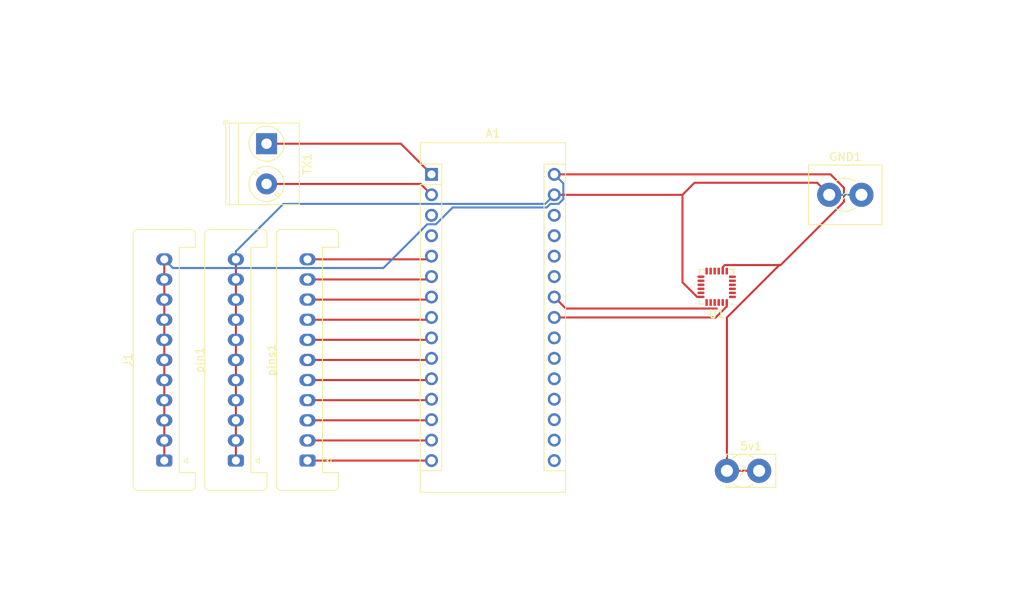
<source format=kicad_pcb>
(kicad_pcb (version 20171130) (host pcbnew "(5.1.6)-1")

  (general
    (thickness 1.6)
    (drawings 7)
    (tracks 67)
    (zones 0)
    (modules 8)
    (nets 40)
  )

  (page A4)
  (layers
    (0 F.Cu signal)
    (31 B.Cu signal)
    (32 B.Adhes user)
    (33 F.Adhes user)
    (34 B.Paste user)
    (35 F.Paste user)
    (36 B.SilkS user)
    (37 F.SilkS user)
    (38 B.Mask user)
    (39 F.Mask user hide)
    (40 Dwgs.User user)
    (41 Cmts.User user)
    (42 Eco1.User user)
    (43 Eco2.User user)
    (44 Edge.Cuts user)
    (45 Margin user)
    (46 B.CrtYd user)
    (47 F.CrtYd user)
    (48 B.Fab user)
    (49 F.Fab user)
  )

  (setup
    (last_trace_width 0.25)
    (trace_clearance 0.2)
    (zone_clearance 0.508)
    (zone_45_only no)
    (trace_min 0.2)
    (via_size 0.8)
    (via_drill 0.4)
    (via_min_size 0.4)
    (via_min_drill 0.3)
    (uvia_size 0.3)
    (uvia_drill 0.1)
    (uvias_allowed no)
    (uvia_min_size 0.2)
    (uvia_min_drill 0.1)
    (edge_width 0.05)
    (segment_width 0.2)
    (pcb_text_width 0.3)
    (pcb_text_size 1.5 1.5)
    (mod_edge_width 0.12)
    (mod_text_size 1 1)
    (mod_text_width 0.15)
    (pad_size 1.524 1.524)
    (pad_drill 0.762)
    (pad_to_mask_clearance 0.05)
    (aux_axis_origin 0 0)
    (visible_elements FFFFFFFF)
    (pcbplotparams
      (layerselection 0x010fc_ffffffff)
      (usegerberextensions false)
      (usegerberattributes true)
      (usegerberadvancedattributes true)
      (creategerberjobfile true)
      (excludeedgelayer true)
      (linewidth 0.100000)
      (plotframeref false)
      (viasonmask false)
      (mode 1)
      (useauxorigin false)
      (hpglpennumber 1)
      (hpglpenspeed 20)
      (hpglpendiameter 15.000000)
      (psnegative false)
      (psa4output false)
      (plotreference true)
      (plotvalue true)
      (plotinvisibletext false)
      (padsonsilk false)
      (subtractmaskfromsilk false)
      (outputformat 1)
      (mirror false)
      (drillshape 1)
      (scaleselection 1)
      (outputdirectory ""))
  )

  (net 0 "")
  (net 1 "Net-(5v1-Pad1)")
  (net 2 "Net-(A1-Pad16)")
  (net 3 "Net-(A1-Pad15)")
  (net 4 "Net-(A1-Pad14)")
  (net 5 "Net-(A1-Pad29)")
  (net 6 "Net-(A1-Pad13)")
  (net 7 "Net-(A1-Pad28)")
  (net 8 "Net-(A1-Pad12)")
  (net 9 "Net-(A1-Pad27)")
  (net 10 "Net-(A1-Pad11)")
  (net 11 "Net-(A1-Pad26)")
  (net 12 "Net-(A1-Pad10)")
  (net 13 "Net-(A1-Pad25)")
  (net 14 "Net-(A1-Pad9)")
  (net 15 "Net-(A1-Pad24)")
  (net 16 "Net-(A1-Pad8)")
  (net 17 "Net-(A1-Pad23)")
  (net 18 "Net-(A1-Pad7)")
  (net 19 "Net-(A1-Pad22)")
  (net 20 "Net-(A1-Pad6)")
  (net 21 "Net-(A1-Pad21)")
  (net 22 "Net-(A1-Pad5)")
  (net 23 "Net-(A1-Pad20)")
  (net 24 "Net-(A1-Pad4)")
  (net 25 "Net-(A1-Pad19)")
  (net 26 "Net-(A1-Pad3)")
  (net 27 "Net-(A1-Pad18)")
  (net 28 "Net-(A1-Pad2)")
  (net 29 "Net-(A1-Pad17)")
  (net 30 "Net-(A1-Pad1)")
  (net 31 "Net-(U1-Pad20)")
  (net 32 "Net-(U1-Pad13)")
  (net 33 "Net-(U1-Pad12)")
  (net 34 "Net-(U1-Pad11)")
  (net 35 "Net-(U1-Pad10)")
  (net 36 "Net-(U1-Pad9)")
  (net 37 "Net-(U1-Pad7)")
  (net 38 "Net-(U1-Pad6)")
  (net 39 "Net-(U1-Pad1)")

  (net_class Default "This is the default net class."
    (clearance 0.2)
    (trace_width 0.25)
    (via_dia 0.8)
    (via_drill 0.4)
    (uvia_dia 0.3)
    (uvia_drill 0.1)
    (add_net "Net-(5v1-Pad1)")
    (add_net "Net-(A1-Pad1)")
    (add_net "Net-(A1-Pad10)")
    (add_net "Net-(A1-Pad11)")
    (add_net "Net-(A1-Pad12)")
    (add_net "Net-(A1-Pad13)")
    (add_net "Net-(A1-Pad14)")
    (add_net "Net-(A1-Pad15)")
    (add_net "Net-(A1-Pad16)")
    (add_net "Net-(A1-Pad17)")
    (add_net "Net-(A1-Pad18)")
    (add_net "Net-(A1-Pad19)")
    (add_net "Net-(A1-Pad2)")
    (add_net "Net-(A1-Pad20)")
    (add_net "Net-(A1-Pad21)")
    (add_net "Net-(A1-Pad22)")
    (add_net "Net-(A1-Pad23)")
    (add_net "Net-(A1-Pad24)")
    (add_net "Net-(A1-Pad25)")
    (add_net "Net-(A1-Pad26)")
    (add_net "Net-(A1-Pad27)")
    (add_net "Net-(A1-Pad28)")
    (add_net "Net-(A1-Pad29)")
    (add_net "Net-(A1-Pad3)")
    (add_net "Net-(A1-Pad4)")
    (add_net "Net-(A1-Pad5)")
    (add_net "Net-(A1-Pad6)")
    (add_net "Net-(A1-Pad7)")
    (add_net "Net-(A1-Pad8)")
    (add_net "Net-(A1-Pad9)")
    (add_net "Net-(U1-Pad1)")
    (add_net "Net-(U1-Pad10)")
    (add_net "Net-(U1-Pad11)")
    (add_net "Net-(U1-Pad12)")
    (add_net "Net-(U1-Pad13)")
    (add_net "Net-(U1-Pad20)")
    (add_net "Net-(U1-Pad6)")
    (add_net "Net-(U1-Pad7)")
    (add_net "Net-(U1-Pad9)")
  )

  (module Sensor_Motion:InvenSense_QFN-24_4x4mm_P0.5mm (layer F.Cu) (tedit 5B5A6D8E) (tstamp 6002DA80)
    (at 134.62 81.28 180)
    (descr "24-Lead Plastic QFN (4mm x 4mm); Pitch 0.5mm; EP 2.7x2.6mm; for InvenSense motion sensors; keepout area marked (Package see: https://store.invensense.com/datasheets/invensense/MPU-6050_DataSheet_V3%204.pdf; See also https://www.invensense.com/wp-content/uploads/2015/02/InvenSense-MEMS-Handling.pdf)")
    (tags "QFN 0.5")
    (path /60019E93)
    (attr smd)
    (fp_text reference U1 (at 0 -3.375) (layer F.SilkS)
      (effects (font (size 1 1) (thickness 0.15)))
    )
    (fp_text value MPU-6050 (at 0 3.375) (layer F.Fab)
      (effects (font (size 1 1) (thickness 0.15)))
    )
    (fp_text user Component (at 0 0.55) (layer Cmts.User)
      (effects (font (size 0.2 0.2) (thickness 0.04)))
    )
    (fp_text user "Directly Below" (at 0 0.25) (layer Cmts.User)
      (effects (font (size 0.2 0.2) (thickness 0.04)))
    )
    (fp_text user "No Copper" (at 0 -0.1) (layer Cmts.User)
      (effects (font (size 0.2 0.2) (thickness 0.04)))
    )
    (fp_text user KEEPOUT (at 0 -0.5) (layer Cmts.User)
      (effects (font (size 0.2 0.2) (thickness 0.04)))
    )
    (fp_text user %R (at 0 0) (layer F.Fab)
      (effects (font (size 1 1) (thickness 0.15)))
    )
    (fp_line (start -1 -2) (end 2 -2) (layer F.Fab) (width 0.15))
    (fp_line (start 2 -2) (end 2 2) (layer F.Fab) (width 0.15))
    (fp_line (start 2 2) (end -2 2) (layer F.Fab) (width 0.15))
    (fp_line (start -2 2) (end -2 -1) (layer F.Fab) (width 0.15))
    (fp_line (start -2 -1) (end -1 -2) (layer F.Fab) (width 0.15))
    (fp_line (start -2.65 -2.65) (end -2.65 2.65) (layer F.CrtYd) (width 0.05))
    (fp_line (start 2.65 -2.65) (end 2.65 2.65) (layer F.CrtYd) (width 0.05))
    (fp_line (start -2.65 -2.65) (end 2.65 -2.65) (layer F.CrtYd) (width 0.05))
    (fp_line (start -2.65 2.65) (end 2.65 2.65) (layer F.CrtYd) (width 0.05))
    (fp_line (start 2.15 -2.15) (end 2.15 -1.625) (layer F.SilkS) (width 0.15))
    (fp_line (start -2.15 2.15) (end -2.15 1.625) (layer F.SilkS) (width 0.15))
    (fp_line (start 2.15 2.15) (end 2.15 1.625) (layer F.SilkS) (width 0.15))
    (fp_line (start -2.15 -2.15) (end -1.625 -2.15) (layer F.SilkS) (width 0.15))
    (fp_line (start -2.15 2.15) (end -1.625 2.15) (layer F.SilkS) (width 0.15))
    (fp_line (start 2.15 2.15) (end 1.625 2.15) (layer F.SilkS) (width 0.15))
    (fp_line (start 2.15 -2.15) (end 1.625 -2.15) (layer F.SilkS) (width 0.15))
    (fp_line (start 1.375 1.325) (end 1.375 -1.325) (layer Dwgs.User) (width 0.05))
    (fp_line (start -1.375 1.325) (end -1.375 -1.325) (layer Dwgs.User) (width 0.05))
    (fp_line (start 1.375 -1.325) (end -1.375 -1.325) (layer Dwgs.User) (width 0.05))
    (fp_line (start 1.375 1.325) (end -1.375 1.325) (layer Dwgs.User) (width 0.05))
    (fp_line (start 1.375 0.825) (end 0.875 1.325) (layer Dwgs.User) (width 0.05))
    (fp_line (start 1.375 0.325) (end 0.375 1.325) (layer Dwgs.User) (width 0.05))
    (fp_line (start 1.375 -0.175) (end -0.125 1.325) (layer Dwgs.User) (width 0.05))
    (fp_line (start 1.375 -0.675) (end -0.625 1.325) (layer Dwgs.User) (width 0.05))
    (fp_line (start 1.375 -1.175) (end -1.125 1.325) (layer Dwgs.User) (width 0.05))
    (fp_line (start 1.025 -1.325) (end -1.375 1.075) (layer Dwgs.User) (width 0.05))
    (fp_line (start 0.525 -1.325) (end -1.375 0.575) (layer Dwgs.User) (width 0.05))
    (fp_line (start 0.025 -1.325) (end -1.375 0.075) (layer Dwgs.User) (width 0.05))
    (fp_line (start -0.475 -1.325) (end -1.375 -0.425) (layer Dwgs.User) (width 0.05))
    (fp_line (start -0.975 -1.325) (end -1.375 -0.925) (layer Dwgs.User) (width 0.05))
    (pad 24 smd roundrect (at -1.25 -1.95 270) (size 0.85 0.3) (layers F.Cu F.Paste F.Mask) (roundrect_rratio 0.25)
      (net 17 "Net-(A1-Pad23)"))
    (pad 23 smd roundrect (at -0.75 -1.95 270) (size 0.85 0.3) (layers F.Cu F.Paste F.Mask) (roundrect_rratio 0.25)
      (net 15 "Net-(A1-Pad24)"))
    (pad 22 smd roundrect (at -0.25 -1.95 270) (size 0.85 0.3) (layers F.Cu F.Paste F.Mask) (roundrect_rratio 0.25))
    (pad 21 smd roundrect (at 0.25 -1.95 270) (size 0.85 0.3) (layers F.Cu F.Paste F.Mask) (roundrect_rratio 0.25))
    (pad 20 smd roundrect (at 0.75 -1.95 270) (size 0.85 0.3) (layers F.Cu F.Paste F.Mask) (roundrect_rratio 0.25)
      (net 31 "Net-(U1-Pad20)"))
    (pad 19 smd roundrect (at 1.25 -1.95 270) (size 0.85 0.3) (layers F.Cu F.Paste F.Mask) (roundrect_rratio 0.25))
    (pad 18 smd roundrect (at 1.95 -1.25 180) (size 0.85 0.3) (layers F.Cu F.Paste F.Mask) (roundrect_rratio 0.25)
      (net 5 "Net-(A1-Pad29)"))
    (pad 17 smd roundrect (at 1.95 -0.75 180) (size 0.85 0.3) (layers F.Cu F.Paste F.Mask) (roundrect_rratio 0.25))
    (pad 16 smd roundrect (at 1.95 -0.25 180) (size 0.85 0.3) (layers F.Cu F.Paste F.Mask) (roundrect_rratio 0.25))
    (pad 15 smd roundrect (at 1.95 0.25 180) (size 0.85 0.3) (layers F.Cu F.Paste F.Mask) (roundrect_rratio 0.25))
    (pad 14 smd roundrect (at 1.95 0.75 180) (size 0.85 0.3) (layers F.Cu F.Paste F.Mask) (roundrect_rratio 0.25))
    (pad 13 smd roundrect (at 1.95 1.25 180) (size 0.85 0.3) (layers F.Cu F.Paste F.Mask) (roundrect_rratio 0.25)
      (net 32 "Net-(U1-Pad13)"))
    (pad 12 smd roundrect (at 1.25 1.95 270) (size 0.85 0.3) (layers F.Cu F.Paste F.Mask) (roundrect_rratio 0.25)
      (net 33 "Net-(U1-Pad12)"))
    (pad 11 smd roundrect (at 0.75 1.95 270) (size 0.85 0.3) (layers F.Cu F.Paste F.Mask) (roundrect_rratio 0.25)
      (net 34 "Net-(U1-Pad11)"))
    (pad 10 smd roundrect (at 0.25 1.95 270) (size 0.85 0.3) (layers F.Cu F.Paste F.Mask) (roundrect_rratio 0.25)
      (net 35 "Net-(U1-Pad10)"))
    (pad 9 smd roundrect (at -0.25 1.95 270) (size 0.85 0.3) (layers F.Cu F.Paste F.Mask) (roundrect_rratio 0.25)
      (net 36 "Net-(U1-Pad9)"))
    (pad 8 smd roundrect (at -0.75 1.95 270) (size 0.85 0.3) (layers F.Cu F.Paste F.Mask) (roundrect_rratio 0.25)
      (net 1 "Net-(5v1-Pad1)"))
    (pad 7 smd roundrect (at -1.25 1.95 270) (size 0.85 0.3) (layers F.Cu F.Paste F.Mask) (roundrect_rratio 0.25)
      (net 37 "Net-(U1-Pad7)"))
    (pad 6 smd roundrect (at -1.95 1.25 180) (size 0.85 0.3) (layers F.Cu F.Paste F.Mask) (roundrect_rratio 0.25)
      (net 38 "Net-(U1-Pad6)"))
    (pad 5 smd roundrect (at -1.95 0.75 180) (size 0.85 0.3) (layers F.Cu F.Paste F.Mask) (roundrect_rratio 0.25))
    (pad 4 smd roundrect (at -1.95 0.25 180) (size 0.85 0.3) (layers F.Cu F.Paste F.Mask) (roundrect_rratio 0.25))
    (pad 3 smd roundrect (at -1.95 -0.25 180) (size 0.85 0.3) (layers F.Cu F.Paste F.Mask) (roundrect_rratio 0.25))
    (pad 2 smd roundrect (at -1.95 -0.75 180) (size 0.85 0.3) (layers F.Cu F.Paste F.Mask) (roundrect_rratio 0.25))
    (pad 1 smd roundrect (at -1.95 -1.25 180) (size 0.85 0.3) (layers F.Cu F.Paste F.Mask) (roundrect_rratio 0.25)
      (net 39 "Net-(U1-Pad1)"))
    (model ${KISYS3DMOD}/Package_DFN_QFN.3dshapes/QFN-24-1EP_4x4mm_P0.5mm_EP2.7x2.6mm.wrl
      (at (xyz 0 0 0))
      (scale (xyz 1 1 1))
      (rotate (xyz 0 0 0))
    )
  )

  (module TerminalBlock_Phoenix:TerminalBlock_Phoenix_PT-1,5-2-5.0-H_1x02_P5.00mm_Horizontal (layer F.Cu) (tedit 5B294F69) (tstamp 6002DA41)
    (at 78.74 63.5 270)
    (descr "Terminal Block Phoenix PT-1,5-2-5.0-H, 2 pins, pitch 5mm, size 10x9mm^2, drill diamater 1.3mm, pad diameter 2.6mm, see http://www.mouser.com/ds/2/324/ItemDetail_1935161-922578.pdf, script-generated using https://github.com/pointhi/kicad-footprint-generator/scripts/TerminalBlock_Phoenix")
    (tags "THT Terminal Block Phoenix PT-1,5-2-5.0-H pitch 5mm size 10x9mm^2 drill 1.3mm pad 2.6mm")
    (path /6003D214)
    (fp_text reference TX1 (at 2.5 -5.06 90) (layer F.SilkS)
      (effects (font (size 1 1) (thickness 0.15)))
    )
    (fp_text value RX (at 2.5 6.06 90) (layer F.Fab)
      (effects (font (size 1 1) (thickness 0.15)))
    )
    (fp_text user %R (at 2.5 2.9 90) (layer F.Fab)
      (effects (font (size 1 1) (thickness 0.15)))
    )
    (fp_circle (center 0 0) (end 2 0) (layer F.Fab) (width 0.1))
    (fp_circle (center 0 0) (end 2.18 0) (layer F.SilkS) (width 0.12))
    (fp_circle (center 5 0) (end 7 0) (layer F.Fab) (width 0.1))
    (fp_circle (center 5 0) (end 7.18 0) (layer F.SilkS) (width 0.12))
    (fp_line (start -2.5 -4) (end 7.5 -4) (layer F.Fab) (width 0.1))
    (fp_line (start 7.5 -4) (end 7.5 5) (layer F.Fab) (width 0.1))
    (fp_line (start 7.5 5) (end -2.1 5) (layer F.Fab) (width 0.1))
    (fp_line (start -2.1 5) (end -2.5 4.6) (layer F.Fab) (width 0.1))
    (fp_line (start -2.5 4.6) (end -2.5 -4) (layer F.Fab) (width 0.1))
    (fp_line (start -2.5 4.6) (end 7.5 4.6) (layer F.Fab) (width 0.1))
    (fp_line (start -2.56 4.6) (end 7.56 4.6) (layer F.SilkS) (width 0.12))
    (fp_line (start -2.5 3.5) (end 7.5 3.5) (layer F.Fab) (width 0.1))
    (fp_line (start -2.56 3.5) (end 7.56 3.5) (layer F.SilkS) (width 0.12))
    (fp_line (start -2.56 -4.06) (end 7.56 -4.06) (layer F.SilkS) (width 0.12))
    (fp_line (start -2.56 5.06) (end 7.56 5.06) (layer F.SilkS) (width 0.12))
    (fp_line (start -2.56 -4.06) (end -2.56 5.06) (layer F.SilkS) (width 0.12))
    (fp_line (start 7.56 -4.06) (end 7.56 5.06) (layer F.SilkS) (width 0.12))
    (fp_line (start 1.517 -1.273) (end -1.273 1.517) (layer F.Fab) (width 0.1))
    (fp_line (start 1.273 -1.517) (end -1.517 1.273) (layer F.Fab) (width 0.1))
    (fp_line (start 1.654 -1.388) (end 1.547 -1.281) (layer F.SilkS) (width 0.12))
    (fp_line (start -1.282 1.547) (end -1.388 1.654) (layer F.SilkS) (width 0.12))
    (fp_line (start 1.388 -1.654) (end 1.281 -1.547) (layer F.SilkS) (width 0.12))
    (fp_line (start -1.548 1.281) (end -1.654 1.388) (layer F.SilkS) (width 0.12))
    (fp_line (start 6.517 -1.273) (end 3.728 1.517) (layer F.Fab) (width 0.1))
    (fp_line (start 6.273 -1.517) (end 3.484 1.273) (layer F.Fab) (width 0.1))
    (fp_line (start 6.654 -1.388) (end 6.259 -0.992) (layer F.SilkS) (width 0.12))
    (fp_line (start 3.993 1.274) (end 3.613 1.654) (layer F.SilkS) (width 0.12))
    (fp_line (start 6.388 -1.654) (end 6.008 -1.274) (layer F.SilkS) (width 0.12))
    (fp_line (start 3.742 0.992) (end 3.347 1.388) (layer F.SilkS) (width 0.12))
    (fp_line (start -2.8 4.66) (end -2.8 5.3) (layer F.SilkS) (width 0.12))
    (fp_line (start -2.8 5.3) (end -2.4 5.3) (layer F.SilkS) (width 0.12))
    (fp_line (start -3 -4.5) (end -3 5.5) (layer F.CrtYd) (width 0.05))
    (fp_line (start -3 5.5) (end 8 5.5) (layer F.CrtYd) (width 0.05))
    (fp_line (start 8 5.5) (end 8 -4.5) (layer F.CrtYd) (width 0.05))
    (fp_line (start 8 -4.5) (end -3 -4.5) (layer F.CrtYd) (width 0.05))
    (pad 2 thru_hole circle (at 5 0 270) (size 2.6 2.6) (drill 1.3) (layers *.Cu *.Mask)
      (net 28 "Net-(A1-Pad2)"))
    (pad 1 thru_hole rect (at 0 0 270) (size 2.6 2.6) (drill 1.3) (layers *.Cu *.Mask)
      (net 30 "Net-(A1-Pad1)"))
    (model ${KISYS3DMOD}/TerminalBlock_Phoenix.3dshapes/TerminalBlock_Phoenix_PT-1,5-2-5.0-H_1x02_P5.00mm_Horizontal.wrl
      (at (xyz 0 0 0))
      (scale (xyz 1 1 1))
      (rotate (xyz 0 0 0))
    )
  )

  (module Connector_Stocko:Stocko_MKS_1661-6-0-1111_1x11_P2.50mm_Vertical (layer F.Cu) (tedit 5C7139E8) (tstamp 6002DA17)
    (at 83.82 102.87 90)
    (descr "Stocko MKS 16xx series connector, (https://www.stocko-contact.com/downloads/steckverbindersystem-raster-2,5-mm.pdf#page=15), generated with kicad-footprint-generator")
    (tags "Stocko RFK MKS 16xx")
    (path /600373A6)
    (fp_text reference pins1 (at 12.5 -4.5 90) (layer F.SilkS)
      (effects (font (size 1 1) (thickness 0.15)))
    )
    (fp_text value 11 (at 12.5 5.86 90) (layer F.Fab)
      (effects (font (size 1 1) (thickness 0.15)))
    )
    (fp_text user %R (at 12.5 -2 90) (layer F.Fab)
      (effects (font (size 1 1) (thickness 0.15)))
    )
    (fp_arc (start 28.1 3.25) (end 28.6 3.25) (angle 90) (layer F.Fab) (width 0.1))
    (fp_arc (start -3.1 3.25) (end -3.1 3.75) (angle 90) (layer F.Fab) (width 0.1))
    (fp_arc (start 28.1 -3.25) (end 28.1 -3.75) (angle 90) (layer F.Fab) (width 0.1))
    (fp_arc (start -3.1 -3.25) (end -3.6 -3.25) (angle 90) (layer F.Fab) (width 0.1))
    (fp_arc (start 28.1 3.25) (end 28.71 3.25) (angle 90) (layer F.SilkS) (width 0.12))
    (fp_arc (start -3.1 3.25) (end -3.1 3.86) (angle 90) (layer F.SilkS) (width 0.12))
    (fp_arc (start 28.1 -3.25) (end 28.1 -3.86) (angle 90) (layer F.SilkS) (width 0.12))
    (fp_arc (start -3.1 -3.25) (end -3.71 -3.25) (angle 90) (layer F.SilkS) (width 0.12))
    (fp_line (start -3.1 -3.86) (end 28.1 -3.86) (layer F.SilkS) (width 0.12))
    (fp_line (start -3.71 -3.25) (end -3.71 3.25) (layer F.SilkS) (width 0.12))
    (fp_line (start 28.71 -3.25) (end 28.71 3.25) (layer F.SilkS) (width 0.12))
    (fp_line (start -3.1 3.86) (end -1.49 3.86) (layer F.SilkS) (width 0.12))
    (fp_line (start -1.49 3.86) (end -1.49 1.86) (layer F.SilkS) (width 0.12))
    (fp_line (start 28.1 3.86) (end 26.49 3.86) (layer F.SilkS) (width 0.12))
    (fp_line (start 26.49 3.86) (end 26.49 1.86) (layer F.SilkS) (width 0.12))
    (fp_line (start -1.49 1.86) (end 26.49 1.86) (layer F.SilkS) (width 0.12))
    (fp_line (start 0.3 2.9) (end 0 2.4) (layer F.SilkS) (width 0.12))
    (fp_line (start 0 2.4) (end -0.3 2.9) (layer F.SilkS) (width 0.12))
    (fp_line (start -0.3 2.9) (end 0.3 2.9) (layer F.SilkS) (width 0.12))
    (fp_line (start -3.1 -3.75) (end 28.1 -3.75) (layer F.Fab) (width 0.1))
    (fp_line (start -3.6 -3.25) (end -3.6 3.25) (layer F.Fab) (width 0.1))
    (fp_line (start 28.6 -3.25) (end 28.6 3.25) (layer F.Fab) (width 0.1))
    (fp_line (start -3.1 3.75) (end -1.6 3.75) (layer F.Fab) (width 0.1))
    (fp_line (start -1.6 3.75) (end -1.6 1.75) (layer F.Fab) (width 0.1))
    (fp_line (start 28.1 3.75) (end 26.6 3.75) (layer F.Fab) (width 0.1))
    (fp_line (start 26.6 3.75) (end 26.6 1.75) (layer F.Fab) (width 0.1))
    (fp_line (start -1.6 1.75) (end -0.5 1.75) (layer F.Fab) (width 0.1))
    (fp_line (start 0.5 1.75) (end 26.6 1.75) (layer F.Fab) (width 0.1))
    (fp_line (start -0.5 1.75) (end 0 1.25) (layer F.Fab) (width 0.1))
    (fp_line (start 0 1.25) (end 0.5 1.75) (layer F.Fab) (width 0.1))
    (fp_line (start -4.1 -4.25) (end -4.1 4.25) (layer F.CrtYd) (width 0.05))
    (fp_line (start -4.1 4.25) (end 29.1 4.25) (layer F.CrtYd) (width 0.05))
    (fp_line (start 29.1 4.25) (end 29.1 -4.25) (layer F.CrtYd) (width 0.05))
    (fp_line (start 29.1 -4.25) (end -4.1 -4.25) (layer F.CrtYd) (width 0.05))
    (pad 11 thru_hole oval (at 25 0 90) (size 1.5 2) (drill 1) (layers *.Cu *.Mask)
      (net 22 "Net-(A1-Pad5)"))
    (pad 10 thru_hole oval (at 22.5 0 90) (size 1.5 2) (drill 1) (layers *.Cu *.Mask)
      (net 20 "Net-(A1-Pad6)"))
    (pad 9 thru_hole oval (at 20 0 90) (size 1.5 2) (drill 1) (layers *.Cu *.Mask)
      (net 18 "Net-(A1-Pad7)"))
    (pad 8 thru_hole oval (at 17.5 0 90) (size 1.5 2) (drill 1) (layers *.Cu *.Mask)
      (net 16 "Net-(A1-Pad8)"))
    (pad 7 thru_hole oval (at 15 0 90) (size 1.5 2) (drill 1) (layers *.Cu *.Mask)
      (net 14 "Net-(A1-Pad9)"))
    (pad 6 thru_hole oval (at 12.5 0 90) (size 1.5 2) (drill 1) (layers *.Cu *.Mask)
      (net 12 "Net-(A1-Pad10)"))
    (pad 5 thru_hole oval (at 10 0 90) (size 1.5 2) (drill 1) (layers *.Cu *.Mask)
      (net 10 "Net-(A1-Pad11)"))
    (pad 4 thru_hole oval (at 7.5 0 90) (size 1.5 2) (drill 1) (layers *.Cu *.Mask)
      (net 8 "Net-(A1-Pad12)"))
    (pad 3 thru_hole oval (at 5 0 90) (size 1.5 2) (drill 1) (layers *.Cu *.Mask)
      (net 6 "Net-(A1-Pad13)"))
    (pad 2 thru_hole oval (at 2.5 0 90) (size 1.5 2) (drill 1) (layers *.Cu *.Mask)
      (net 4 "Net-(A1-Pad14)"))
    (pad 1 thru_hole roundrect (at 0 0 90) (size 1.5 2) (drill 1) (layers *.Cu *.Mask) (roundrect_rratio 0.25)
      (net 3 "Net-(A1-Pad15)"))
    (model ${KISYS3DMOD}/Connector_Stocko.3dshapes/Stocko_MKS_1661-6-0-1111_1x11_P2.50mm_Vertical.wrl
      (at (xyz 0 0 0))
      (scale (xyz 1 1 1))
      (rotate (xyz 0 0 0))
    )
  )

  (module Connector_Stocko:Stocko_MKS_1661-6-0-1111_1x11_P2.50mm_Vertical (layer F.Cu) (tedit 5C7139E8) (tstamp 6002D9E5)
    (at 74.93 102.87 90)
    (descr "Stocko MKS 16xx series connector, (https://www.stocko-contact.com/downloads/steckverbindersystem-raster-2,5-mm.pdf#page=15), generated with kicad-footprint-generator")
    (tags "Stocko RFK MKS 16xx")
    (path /60039466)
    (fp_text reference pin1 (at 12.5 -4.5 90) (layer F.SilkS)
      (effects (font (size 1 1) (thickness 0.15)))
    )
    (fp_text value 11 (at 12.5 5.86 90) (layer F.Fab)
      (effects (font (size 1 1) (thickness 0.15)))
    )
    (fp_text user %R (at 12.5 -2 90) (layer F.Fab)
      (effects (font (size 1 1) (thickness 0.15)))
    )
    (fp_arc (start 28.1 3.25) (end 28.6 3.25) (angle 90) (layer F.Fab) (width 0.1))
    (fp_arc (start -3.1 3.25) (end -3.1 3.75) (angle 90) (layer F.Fab) (width 0.1))
    (fp_arc (start 28.1 -3.25) (end 28.1 -3.75) (angle 90) (layer F.Fab) (width 0.1))
    (fp_arc (start -3.1 -3.25) (end -3.6 -3.25) (angle 90) (layer F.Fab) (width 0.1))
    (fp_arc (start 28.1 3.25) (end 28.71 3.25) (angle 90) (layer F.SilkS) (width 0.12))
    (fp_arc (start -3.1 3.25) (end -3.1 3.86) (angle 90) (layer F.SilkS) (width 0.12))
    (fp_arc (start 28.1 -3.25) (end 28.1 -3.86) (angle 90) (layer F.SilkS) (width 0.12))
    (fp_arc (start -3.1 -3.25) (end -3.71 -3.25) (angle 90) (layer F.SilkS) (width 0.12))
    (fp_line (start -3.1 -3.86) (end 28.1 -3.86) (layer F.SilkS) (width 0.12))
    (fp_line (start -3.71 -3.25) (end -3.71 3.25) (layer F.SilkS) (width 0.12))
    (fp_line (start 28.71 -3.25) (end 28.71 3.25) (layer F.SilkS) (width 0.12))
    (fp_line (start -3.1 3.86) (end -1.49 3.86) (layer F.SilkS) (width 0.12))
    (fp_line (start -1.49 3.86) (end -1.49 1.86) (layer F.SilkS) (width 0.12))
    (fp_line (start 28.1 3.86) (end 26.49 3.86) (layer F.SilkS) (width 0.12))
    (fp_line (start 26.49 3.86) (end 26.49 1.86) (layer F.SilkS) (width 0.12))
    (fp_line (start -1.49 1.86) (end 26.49 1.86) (layer F.SilkS) (width 0.12))
    (fp_line (start 0.3 2.9) (end 0 2.4) (layer F.SilkS) (width 0.12))
    (fp_line (start 0 2.4) (end -0.3 2.9) (layer F.SilkS) (width 0.12))
    (fp_line (start -0.3 2.9) (end 0.3 2.9) (layer F.SilkS) (width 0.12))
    (fp_line (start -3.1 -3.75) (end 28.1 -3.75) (layer F.Fab) (width 0.1))
    (fp_line (start -3.6 -3.25) (end -3.6 3.25) (layer F.Fab) (width 0.1))
    (fp_line (start 28.6 -3.25) (end 28.6 3.25) (layer F.Fab) (width 0.1))
    (fp_line (start -3.1 3.75) (end -1.6 3.75) (layer F.Fab) (width 0.1))
    (fp_line (start -1.6 3.75) (end -1.6 1.75) (layer F.Fab) (width 0.1))
    (fp_line (start 28.1 3.75) (end 26.6 3.75) (layer F.Fab) (width 0.1))
    (fp_line (start 26.6 3.75) (end 26.6 1.75) (layer F.Fab) (width 0.1))
    (fp_line (start -1.6 1.75) (end -0.5 1.75) (layer F.Fab) (width 0.1))
    (fp_line (start 0.5 1.75) (end 26.6 1.75) (layer F.Fab) (width 0.1))
    (fp_line (start -0.5 1.75) (end 0 1.25) (layer F.Fab) (width 0.1))
    (fp_line (start 0 1.25) (end 0.5 1.75) (layer F.Fab) (width 0.1))
    (fp_line (start -4.1 -4.25) (end -4.1 4.25) (layer F.CrtYd) (width 0.05))
    (fp_line (start -4.1 4.25) (end 29.1 4.25) (layer F.CrtYd) (width 0.05))
    (fp_line (start 29.1 4.25) (end 29.1 -4.25) (layer F.CrtYd) (width 0.05))
    (fp_line (start 29.1 -4.25) (end -4.1 -4.25) (layer F.CrtYd) (width 0.05))
    (pad 11 thru_hole oval (at 25 0 90) (size 1.5 2) (drill 1) (layers *.Cu *.Mask)
      (net 5 "Net-(A1-Pad29)"))
    (pad 10 thru_hole oval (at 22.5 0 90) (size 1.5 2) (drill 1) (layers *.Cu *.Mask)
      (net 5 "Net-(A1-Pad29)"))
    (pad 9 thru_hole oval (at 20 0 90) (size 1.5 2) (drill 1) (layers *.Cu *.Mask)
      (net 5 "Net-(A1-Pad29)"))
    (pad 8 thru_hole oval (at 17.5 0 90) (size 1.5 2) (drill 1) (layers *.Cu *.Mask)
      (net 5 "Net-(A1-Pad29)"))
    (pad 7 thru_hole oval (at 15 0 90) (size 1.5 2) (drill 1) (layers *.Cu *.Mask)
      (net 5 "Net-(A1-Pad29)"))
    (pad 6 thru_hole oval (at 12.5 0 90) (size 1.5 2) (drill 1) (layers *.Cu *.Mask)
      (net 5 "Net-(A1-Pad29)"))
    (pad 5 thru_hole oval (at 10 0 90) (size 1.5 2) (drill 1) (layers *.Cu *.Mask)
      (net 5 "Net-(A1-Pad29)"))
    (pad 4 thru_hole oval (at 7.5 0 90) (size 1.5 2) (drill 1) (layers *.Cu *.Mask)
      (net 5 "Net-(A1-Pad29)"))
    (pad 3 thru_hole oval (at 5 0 90) (size 1.5 2) (drill 1) (layers *.Cu *.Mask)
      (net 5 "Net-(A1-Pad29)"))
    (pad 2 thru_hole oval (at 2.5 0 90) (size 1.5 2) (drill 1) (layers *.Cu *.Mask)
      (net 5 "Net-(A1-Pad29)"))
    (pad 1 thru_hole roundrect (at 0 0 90) (size 1.5 2) (drill 1) (layers *.Cu *.Mask) (roundrect_rratio 0.25)
      (net 5 "Net-(A1-Pad29)"))
    (model ${KISYS3DMOD}/Connector_Stocko.3dshapes/Stocko_MKS_1661-6-0-1111_1x11_P2.50mm_Vertical.wrl
      (at (xyz 0 0 0))
      (scale (xyz 1 1 1))
      (rotate (xyz 0 0 0))
    )
  )

  (module Connector_Stocko:Stocko_MKS_1661-6-0-1111_1x11_P2.50mm_Vertical (layer F.Cu) (tedit 5C7139E8) (tstamp 6002D9B3)
    (at 66.04 102.87 90)
    (descr "Stocko MKS 16xx series connector, (https://www.stocko-contact.com/downloads/steckverbindersystem-raster-2,5-mm.pdf#page=15), generated with kicad-footprint-generator")
    (tags "Stocko RFK MKS 16xx")
    (path /60038C3A)
    (fp_text reference J1 (at 12.5 -4.5 90) (layer F.SilkS)
      (effects (font (size 1 1) (thickness 0.15)))
    )
    (fp_text value pins (at 12.5 5.86 90) (layer F.Fab)
      (effects (font (size 1 1) (thickness 0.15)))
    )
    (fp_text user %R (at 12.5 -2 90) (layer F.Fab)
      (effects (font (size 1 1) (thickness 0.15)))
    )
    (fp_arc (start 28.1 3.25) (end 28.6 3.25) (angle 90) (layer F.Fab) (width 0.1))
    (fp_arc (start -3.1 3.25) (end -3.1 3.75) (angle 90) (layer F.Fab) (width 0.1))
    (fp_arc (start 28.1 -3.25) (end 28.1 -3.75) (angle 90) (layer F.Fab) (width 0.1))
    (fp_arc (start -3.1 -3.25) (end -3.6 -3.25) (angle 90) (layer F.Fab) (width 0.1))
    (fp_arc (start 28.1 3.25) (end 28.71 3.25) (angle 90) (layer F.SilkS) (width 0.12))
    (fp_arc (start -3.1 3.25) (end -3.1 3.86) (angle 90) (layer F.SilkS) (width 0.12))
    (fp_arc (start 28.1 -3.25) (end 28.1 -3.86) (angle 90) (layer F.SilkS) (width 0.12))
    (fp_arc (start -3.1 -3.25) (end -3.71 -3.25) (angle 90) (layer F.SilkS) (width 0.12))
    (fp_line (start -3.1 -3.86) (end 28.1 -3.86) (layer F.SilkS) (width 0.12))
    (fp_line (start -3.71 -3.25) (end -3.71 3.25) (layer F.SilkS) (width 0.12))
    (fp_line (start 28.71 -3.25) (end 28.71 3.25) (layer F.SilkS) (width 0.12))
    (fp_line (start -3.1 3.86) (end -1.49 3.86) (layer F.SilkS) (width 0.12))
    (fp_line (start -1.49 3.86) (end -1.49 1.86) (layer F.SilkS) (width 0.12))
    (fp_line (start 28.1 3.86) (end 26.49 3.86) (layer F.SilkS) (width 0.12))
    (fp_line (start 26.49 3.86) (end 26.49 1.86) (layer F.SilkS) (width 0.12))
    (fp_line (start -1.49 1.86) (end 26.49 1.86) (layer F.SilkS) (width 0.12))
    (fp_line (start 0.3 2.9) (end 0 2.4) (layer F.SilkS) (width 0.12))
    (fp_line (start 0 2.4) (end -0.3 2.9) (layer F.SilkS) (width 0.12))
    (fp_line (start -0.3 2.9) (end 0.3 2.9) (layer F.SilkS) (width 0.12))
    (fp_line (start -3.1 -3.75) (end 28.1 -3.75) (layer F.Fab) (width 0.1))
    (fp_line (start -3.6 -3.25) (end -3.6 3.25) (layer F.Fab) (width 0.1))
    (fp_line (start 28.6 -3.25) (end 28.6 3.25) (layer F.Fab) (width 0.1))
    (fp_line (start -3.1 3.75) (end -1.6 3.75) (layer F.Fab) (width 0.1))
    (fp_line (start -1.6 3.75) (end -1.6 1.75) (layer F.Fab) (width 0.1))
    (fp_line (start 28.1 3.75) (end 26.6 3.75) (layer F.Fab) (width 0.1))
    (fp_line (start 26.6 3.75) (end 26.6 1.75) (layer F.Fab) (width 0.1))
    (fp_line (start -1.6 1.75) (end -0.5 1.75) (layer F.Fab) (width 0.1))
    (fp_line (start 0.5 1.75) (end 26.6 1.75) (layer F.Fab) (width 0.1))
    (fp_line (start -0.5 1.75) (end 0 1.25) (layer F.Fab) (width 0.1))
    (fp_line (start 0 1.25) (end 0.5 1.75) (layer F.Fab) (width 0.1))
    (fp_line (start -4.1 -4.25) (end -4.1 4.25) (layer F.CrtYd) (width 0.05))
    (fp_line (start -4.1 4.25) (end 29.1 4.25) (layer F.CrtYd) (width 0.05))
    (fp_line (start 29.1 4.25) (end 29.1 -4.25) (layer F.CrtYd) (width 0.05))
    (fp_line (start 29.1 -4.25) (end -4.1 -4.25) (layer F.CrtYd) (width 0.05))
    (pad 11 thru_hole oval (at 25 0 90) (size 1.5 2) (drill 1) (layers *.Cu *.Mask)
      (net 1 "Net-(5v1-Pad1)"))
    (pad 10 thru_hole oval (at 22.5 0 90) (size 1.5 2) (drill 1) (layers *.Cu *.Mask)
      (net 1 "Net-(5v1-Pad1)"))
    (pad 9 thru_hole oval (at 20 0 90) (size 1.5 2) (drill 1) (layers *.Cu *.Mask)
      (net 1 "Net-(5v1-Pad1)"))
    (pad 8 thru_hole oval (at 17.5 0 90) (size 1.5 2) (drill 1) (layers *.Cu *.Mask)
      (net 1 "Net-(5v1-Pad1)"))
    (pad 7 thru_hole oval (at 15 0 90) (size 1.5 2) (drill 1) (layers *.Cu *.Mask)
      (net 1 "Net-(5v1-Pad1)"))
    (pad 6 thru_hole oval (at 12.5 0 90) (size 1.5 2) (drill 1) (layers *.Cu *.Mask)
      (net 1 "Net-(5v1-Pad1)"))
    (pad 5 thru_hole oval (at 10 0 90) (size 1.5 2) (drill 1) (layers *.Cu *.Mask)
      (net 1 "Net-(5v1-Pad1)"))
    (pad 4 thru_hole oval (at 7.5 0 90) (size 1.5 2) (drill 1) (layers *.Cu *.Mask)
      (net 1 "Net-(5v1-Pad1)"))
    (pad 3 thru_hole oval (at 5 0 90) (size 1.5 2) (drill 1) (layers *.Cu *.Mask)
      (net 1 "Net-(5v1-Pad1)"))
    (pad 2 thru_hole oval (at 2.5 0 90) (size 1.5 2) (drill 1) (layers *.Cu *.Mask)
      (net 1 "Net-(5v1-Pad1)"))
    (pad 1 thru_hole roundrect (at 0 0 90) (size 1.5 2) (drill 1) (layers *.Cu *.Mask) (roundrect_rratio 0.25)
      (net 1 "Net-(5v1-Pad1)"))
    (model ${KISYS3DMOD}/Connector_Stocko.3dshapes/Stocko_MKS_1661-6-0-1111_1x11_P2.50mm_Vertical.wrl
      (at (xyz 0 0 0))
      (scale (xyz 1 1 1))
      (rotate (xyz 0 0 0))
    )
  )

  (module TerminalBlock_MetzConnect:TerminalBlock_MetzConnect_360291_1x01_Horizontal_ScrewM3.0_Boxed (layer F.Cu) (tedit 5B294E90) (tstamp 6002D981)
    (at 148.59 69.85)
    (descr "single screw terminal block Metz Connect 360291, block size 9x7.3mm^2, drill diamater 1.5mm, 2 pads, pad diameter 3mm, see http://www.metz-connect.com/de/system/files/METZ_CONNECT_U_Contact_Katalog_Anschlusssysteme_fuer_Leiterplatten_DE_31_07_2017_OFF_024803.pdf?language=en page 133, script-generated using https://github.com/pointhi/kicad-footprint-generator/scripts/TerminalBlock_MetzConnect")
    (tags "THT single screw terminal block Metz Connect 360291 size 9x7.3mm^2 drill 1.5mm pad 3mm")
    (path /6003ECC4)
    (fp_text reference GND1 (at 2 -4.71) (layer F.SilkS)
      (effects (font (size 1 1) (thickness 0.15)))
    )
    (fp_text value Screw (at 2 4.71) (layer F.Fab)
      (effects (font (size 1 1) (thickness 0.15)))
    )
    (fp_text user %R (at 2 -4.71) (layer F.Fab)
      (effects (font (size 1 1) (thickness 0.15)))
    )
    (fp_arc (start 2 0) (end 0.759 1.645) (angle -38) (layer F.SilkS) (width 0.12))
    (fp_arc (start 2 0) (end 3.24 -1.646) (angle -74) (layer F.SilkS) (width 0.12))
    (fp_arc (start 2 0) (end 2 2.06) (angle -37) (layer F.SilkS) (width 0.12))
    (fp_circle (center 2 0) (end 4 0) (layer F.Fab) (width 0.1))
    (fp_line (start 3.517 -1.273) (end 0.727 1.517) (layer F.Fab) (width 0.1))
    (fp_line (start 3.273 -1.517) (end 0.483 1.273) (layer F.Fab) (width 0.1))
    (fp_line (start 2.241 0.011) (end 1.708 0.543) (layer F.SilkS) (width 0.12))
    (fp_line (start 1.68 0.571) (end 1.68 0.571) (layer F.SilkS) (width 0.12))
    (fp_line (start 2.32 -0.572) (end 2.32 -0.572) (layer F.SilkS) (width 0.12))
    (fp_line (start 2.291 -0.543) (end 1.759 -0.011) (layer F.SilkS) (width 0.12))
    (fp_line (start -2.5 -3.65) (end 6.5 -3.65) (layer F.Fab) (width 0.1))
    (fp_line (start -2.5 3.65) (end 6.5 3.65) (layer F.Fab) (width 0.1))
    (fp_line (start -2.5 -3.65) (end -2.5 3.65) (layer F.Fab) (width 0.1))
    (fp_line (start 6.5 -3.65) (end 6.5 3.65) (layer F.Fab) (width 0.1))
    (fp_line (start -2.56 -3.71) (end 6.56 -3.71) (layer F.SilkS) (width 0.12))
    (fp_line (start -2.56 3.71) (end 6.56 3.71) (layer F.SilkS) (width 0.12))
    (fp_line (start -2.56 -3.71) (end -2.56 3.71) (layer F.SilkS) (width 0.12))
    (fp_line (start 6.56 -3.71) (end 6.56 3.71) (layer F.SilkS) (width 0.12))
    (fp_line (start -3 -4.15) (end -3 4.15) (layer F.CrtYd) (width 0.05))
    (fp_line (start -3 4.15) (end 7 4.15) (layer F.CrtYd) (width 0.05))
    (fp_line (start 7 4.15) (end 7 -4.15) (layer F.CrtYd) (width 0.05))
    (fp_line (start 7 -4.15) (end -3 -4.15) (layer F.CrtYd) (width 0.05))
    (pad 1 thru_hole circle (at 0 0) (size 3 3) (drill 1.5) (layers *.Cu *.Mask)
      (net 5 "Net-(A1-Pad29)"))
    (pad 1 thru_hole circle (at 4 0) (size 3 3) (drill 1.5) (layers *.Cu *.Mask)
      (net 5 "Net-(A1-Pad29)"))
    (model ${KISYS3DMOD}/TerminalBlock_MetzConnect.3dshapes/TerminalBlock_MetzConnect_360291_1x01_Horizontal_ScrewM3.0_Boxed.wrl
      (at (xyz 0 0 0))
      (scale (xyz 1 1 1))
      (rotate (xyz 0 0 0))
    )
  )

  (module Module:Arduino_Nano (layer F.Cu) (tedit 58ACAF70) (tstamp 6002D964)
    (at 99.215001 67.31)
    (descr "Arduino Nano, http://www.mouser.com/pdfdocs/Gravitech_Arduino_Nano3_0.pdf")
    (tags "Arduino Nano")
    (path /60003762)
    (fp_text reference A1 (at 7.62 -5.08) (layer F.SilkS)
      (effects (font (size 1 1) (thickness 0.15)))
    )
    (fp_text value Arduino_Nano_v2.x (at 8.89 19.05 90) (layer F.Fab)
      (effects (font (size 1 1) (thickness 0.15)))
    )
    (fp_text user %R (at 6.35 19.05 90) (layer F.Fab)
      (effects (font (size 1 1) (thickness 0.15)))
    )
    (fp_line (start 1.27 1.27) (end 1.27 -1.27) (layer F.SilkS) (width 0.12))
    (fp_line (start 1.27 -1.27) (end -1.4 -1.27) (layer F.SilkS) (width 0.12))
    (fp_line (start -1.4 1.27) (end -1.4 39.5) (layer F.SilkS) (width 0.12))
    (fp_line (start -1.4 -3.94) (end -1.4 -1.27) (layer F.SilkS) (width 0.12))
    (fp_line (start 13.97 -1.27) (end 16.64 -1.27) (layer F.SilkS) (width 0.12))
    (fp_line (start 13.97 -1.27) (end 13.97 36.83) (layer F.SilkS) (width 0.12))
    (fp_line (start 13.97 36.83) (end 16.64 36.83) (layer F.SilkS) (width 0.12))
    (fp_line (start 1.27 1.27) (end -1.4 1.27) (layer F.SilkS) (width 0.12))
    (fp_line (start 1.27 1.27) (end 1.27 36.83) (layer F.SilkS) (width 0.12))
    (fp_line (start 1.27 36.83) (end -1.4 36.83) (layer F.SilkS) (width 0.12))
    (fp_line (start 3.81 31.75) (end 11.43 31.75) (layer F.Fab) (width 0.1))
    (fp_line (start 11.43 31.75) (end 11.43 41.91) (layer F.Fab) (width 0.1))
    (fp_line (start 11.43 41.91) (end 3.81 41.91) (layer F.Fab) (width 0.1))
    (fp_line (start 3.81 41.91) (end 3.81 31.75) (layer F.Fab) (width 0.1))
    (fp_line (start -1.4 39.5) (end 16.64 39.5) (layer F.SilkS) (width 0.12))
    (fp_line (start 16.64 39.5) (end 16.64 -3.94) (layer F.SilkS) (width 0.12))
    (fp_line (start 16.64 -3.94) (end -1.4 -3.94) (layer F.SilkS) (width 0.12))
    (fp_line (start 16.51 39.37) (end -1.27 39.37) (layer F.Fab) (width 0.1))
    (fp_line (start -1.27 39.37) (end -1.27 -2.54) (layer F.Fab) (width 0.1))
    (fp_line (start -1.27 -2.54) (end 0 -3.81) (layer F.Fab) (width 0.1))
    (fp_line (start 0 -3.81) (end 16.51 -3.81) (layer F.Fab) (width 0.1))
    (fp_line (start 16.51 -3.81) (end 16.51 39.37) (layer F.Fab) (width 0.1))
    (fp_line (start -1.53 -4.06) (end 16.75 -4.06) (layer F.CrtYd) (width 0.05))
    (fp_line (start -1.53 -4.06) (end -1.53 42.16) (layer F.CrtYd) (width 0.05))
    (fp_line (start 16.75 42.16) (end 16.75 -4.06) (layer F.CrtYd) (width 0.05))
    (fp_line (start 16.75 42.16) (end -1.53 42.16) (layer F.CrtYd) (width 0.05))
    (pad 16 thru_hole oval (at 15.24 35.56) (size 1.6 1.6) (drill 1) (layers *.Cu *.Mask)
      (net 2 "Net-(A1-Pad16)"))
    (pad 15 thru_hole oval (at 0 35.56) (size 1.6 1.6) (drill 1) (layers *.Cu *.Mask)
      (net 3 "Net-(A1-Pad15)"))
    (pad 30 thru_hole oval (at 15.24 0) (size 1.6 1.6) (drill 1) (layers *.Cu *.Mask)
      (net 1 "Net-(5v1-Pad1)"))
    (pad 14 thru_hole oval (at 0 33.02) (size 1.6 1.6) (drill 1) (layers *.Cu *.Mask)
      (net 4 "Net-(A1-Pad14)"))
    (pad 29 thru_hole oval (at 15.24 2.54) (size 1.6 1.6) (drill 1) (layers *.Cu *.Mask)
      (net 5 "Net-(A1-Pad29)"))
    (pad 13 thru_hole oval (at 0 30.48) (size 1.6 1.6) (drill 1) (layers *.Cu *.Mask)
      (net 6 "Net-(A1-Pad13)"))
    (pad 28 thru_hole oval (at 15.24 5.08) (size 1.6 1.6) (drill 1) (layers *.Cu *.Mask)
      (net 7 "Net-(A1-Pad28)"))
    (pad 12 thru_hole oval (at 0 27.94) (size 1.6 1.6) (drill 1) (layers *.Cu *.Mask)
      (net 8 "Net-(A1-Pad12)"))
    (pad 27 thru_hole oval (at 15.24 7.62) (size 1.6 1.6) (drill 1) (layers *.Cu *.Mask)
      (net 9 "Net-(A1-Pad27)"))
    (pad 11 thru_hole oval (at 0 25.4) (size 1.6 1.6) (drill 1) (layers *.Cu *.Mask)
      (net 10 "Net-(A1-Pad11)"))
    (pad 26 thru_hole oval (at 15.24 10.16) (size 1.6 1.6) (drill 1) (layers *.Cu *.Mask)
      (net 11 "Net-(A1-Pad26)"))
    (pad 10 thru_hole oval (at 0 22.86) (size 1.6 1.6) (drill 1) (layers *.Cu *.Mask)
      (net 12 "Net-(A1-Pad10)"))
    (pad 25 thru_hole oval (at 15.24 12.7) (size 1.6 1.6) (drill 1) (layers *.Cu *.Mask)
      (net 13 "Net-(A1-Pad25)"))
    (pad 9 thru_hole oval (at 0 20.32) (size 1.6 1.6) (drill 1) (layers *.Cu *.Mask)
      (net 14 "Net-(A1-Pad9)"))
    (pad 24 thru_hole oval (at 15.24 15.24) (size 1.6 1.6) (drill 1) (layers *.Cu *.Mask)
      (net 15 "Net-(A1-Pad24)"))
    (pad 8 thru_hole oval (at 0 17.78) (size 1.6 1.6) (drill 1) (layers *.Cu *.Mask)
      (net 16 "Net-(A1-Pad8)"))
    (pad 23 thru_hole oval (at 15.24 17.78) (size 1.6 1.6) (drill 1) (layers *.Cu *.Mask)
      (net 17 "Net-(A1-Pad23)"))
    (pad 7 thru_hole oval (at 0 15.24) (size 1.6 1.6) (drill 1) (layers *.Cu *.Mask)
      (net 18 "Net-(A1-Pad7)"))
    (pad 22 thru_hole oval (at 15.24 20.32) (size 1.6 1.6) (drill 1) (layers *.Cu *.Mask)
      (net 19 "Net-(A1-Pad22)"))
    (pad 6 thru_hole oval (at 0 12.7) (size 1.6 1.6) (drill 1) (layers *.Cu *.Mask)
      (net 20 "Net-(A1-Pad6)"))
    (pad 21 thru_hole oval (at 15.24 22.86) (size 1.6 1.6) (drill 1) (layers *.Cu *.Mask)
      (net 21 "Net-(A1-Pad21)"))
    (pad 5 thru_hole oval (at 0 10.16) (size 1.6 1.6) (drill 1) (layers *.Cu *.Mask)
      (net 22 "Net-(A1-Pad5)"))
    (pad 20 thru_hole oval (at 15.24 25.4) (size 1.6 1.6) (drill 1) (layers *.Cu *.Mask)
      (net 23 "Net-(A1-Pad20)"))
    (pad 4 thru_hole oval (at 0 7.62) (size 1.6 1.6) (drill 1) (layers *.Cu *.Mask)
      (net 24 "Net-(A1-Pad4)"))
    (pad 19 thru_hole oval (at 15.24 27.94) (size 1.6 1.6) (drill 1) (layers *.Cu *.Mask)
      (net 25 "Net-(A1-Pad19)"))
    (pad 3 thru_hole oval (at 0 5.08) (size 1.6 1.6) (drill 1) (layers *.Cu *.Mask)
      (net 26 "Net-(A1-Pad3)"))
    (pad 18 thru_hole oval (at 15.24 30.48) (size 1.6 1.6) (drill 1) (layers *.Cu *.Mask)
      (net 27 "Net-(A1-Pad18)"))
    (pad 2 thru_hole oval (at 0 2.54) (size 1.6 1.6) (drill 1) (layers *.Cu *.Mask)
      (net 28 "Net-(A1-Pad2)"))
    (pad 17 thru_hole oval (at 15.24 33.02) (size 1.6 1.6) (drill 1) (layers *.Cu *.Mask)
      (net 29 "Net-(A1-Pad17)"))
    (pad 1 thru_hole rect (at 0 0) (size 1.6 1.6) (drill 1) (layers *.Cu *.Mask)
      (net 30 "Net-(A1-Pad1)"))
    (model ${KISYS3DMOD}/Module.3dshapes/Arduino_Nano_WithMountingHoles.wrl
      (at (xyz 0 0 0))
      (scale (xyz 1 1 1))
      (rotate (xyz 0 0 0))
    )
    (model "C:/Users/Neko Chan/Downloads/ARDUINO_NANO/ARDUINO_NANO.step"
      (offset (xyz 7.5 -17.5 1))
      (scale (xyz 1 1 1))
      (rotate (xyz -90 0 90))
    )
  )

  (module TerminalBlock_MetzConnect:TerminalBlock_MetzConnect_360322_1x01_Horizontal_ScrewM3.0_WireProtection (layer F.Cu) (tedit 5B294E90) (tstamp 6002D927)
    (at 135.89 104.14)
    (descr "single screw terminal block Metz Connect 360322, block size 6x4mm^2, drill diamater 1.5mm, 2 pads, pad diameter 3mm, see http://www.metz-connect.com/de/system/files/METZ_CONNECT_U_Contact_Katalog_Anschlusssysteme_fuer_Leiterplatten_DE_31_07_2017_OFF_024803.pdf?language=en page 133, script-generated using https://github.com/pointhi/kicad-footprint-generator/scripts/TerminalBlock_MetzConnect")
    (tags "THT single screw terminal block Metz Connect 360322 size 6x4mm^2 drill 1.5mm pad 3mm")
    (path /6003E42D)
    (fp_text reference 5v1 (at 3 -3.06) (layer F.SilkS)
      (effects (font (size 1 1) (thickness 0.15)))
    )
    (fp_text value screw (at 3 3.06) (layer F.Fab)
      (effects (font (size 1 1) (thickness 0.15)))
    )
    (fp_text user %R (at 3 -3.06) (layer F.Fab)
      (effects (font (size 1 1) (thickness 0.15)))
    )
    (fp_arc (start 2 0) (end 0.759 1.645) (angle -38) (layer F.SilkS) (width 0.12))
    (fp_arc (start 2 0) (end 3.24 -1.646) (angle -74) (layer F.SilkS) (width 0.12))
    (fp_arc (start 2 0) (end 2 2.06) (angle -37) (layer F.SilkS) (width 0.12))
    (fp_circle (center 2 0) (end 4 0) (layer F.Fab) (width 0.1))
    (fp_line (start 3.517 -1.273) (end 0.727 1.517) (layer F.Fab) (width 0.1))
    (fp_line (start 3.273 -1.517) (end 0.483 1.273) (layer F.Fab) (width 0.1))
    (fp_line (start 2.241 0.011) (end 1.708 0.543) (layer F.SilkS) (width 0.12))
    (fp_line (start 1.68 0.571) (end 1.68 0.571) (layer F.SilkS) (width 0.12))
    (fp_line (start 2.32 -0.572) (end 2.32 -0.572) (layer F.SilkS) (width 0.12))
    (fp_line (start 2.291 -0.543) (end 1.759 -0.011) (layer F.SilkS) (width 0.12))
    (fp_line (start 0 -2) (end 1.289 -2) (layer F.Fab) (width 0.1))
    (fp_line (start 2.711 -2) (end 6 -2) (layer F.Fab) (width 0.1))
    (fp_line (start 0 2) (end 1.289 2) (layer F.Fab) (width 0.1))
    (fp_line (start 2.711 2) (end 6 2) (layer F.Fab) (width 0.1))
    (fp_line (start 0 -2) (end 0 -0.265) (layer F.Fab) (width 0.1))
    (fp_line (start 0 0.265) (end 0 2) (layer F.Fab) (width 0.1))
    (fp_line (start 6 -2) (end 6 2) (layer F.Fab) (width 0.1))
    (fp_line (start -0.06 -2.06) (end 6.061 -2.06) (layer F.SilkS) (width 0.12))
    (fp_line (start -0.06 2.06) (end 6.061 2.06) (layer F.SilkS) (width 0.12))
    (fp_line (start -0.06 -2.06) (end -0.06 -1.755) (layer F.SilkS) (width 0.12))
    (fp_line (start -0.06 1.755) (end -0.06 2.06) (layer F.SilkS) (width 0.12))
    (fp_line (start 6.061 -2.06) (end 6.061 2.06) (layer F.SilkS) (width 0.12))
    (fp_line (start -0.5 -2.5) (end -0.5 2.5) (layer F.CrtYd) (width 0.05))
    (fp_line (start -0.5 2.5) (end 6.5 2.5) (layer F.CrtYd) (width 0.05))
    (fp_line (start 6.5 2.5) (end 6.5 -2.5) (layer F.CrtYd) (width 0.05))
    (fp_line (start 6.5 -2.5) (end -0.5 -2.5) (layer F.CrtYd) (width 0.05))
    (pad 1 thru_hole circle (at 0 0) (size 3 3) (drill 1.5) (layers *.Cu *.Mask)
      (net 1 "Net-(5v1-Pad1)"))
    (pad 1 thru_hole circle (at 4 0) (size 3 3) (drill 1.5) (layers *.Cu *.Mask)
      (net 1 "Net-(5v1-Pad1)"))
    (model ${KISYS3DMOD}/TerminalBlock_MetzConnect.3dshapes/TerminalBlock_MetzConnect_360322_1x01_Horizontal_ScrewM3.0_WireProtection.wrl
      (at (xyz 0 0 0))
      (scale (xyz 1 1 1))
      (rotate (xyz 0 0 0))
    )
  )

  (gr_poly (pts (xy 163.83 114.3) (xy 52.07 114.3) (xy 52.07 52.07) (xy 163.83 52.07)) (layer Dwgs.User) (width 0.1))
  (gr_poly (pts (xy 163.83 111.76) (xy 54.61 111.76) (xy 54.61 52.07) (xy 163.83 52.07)) (layer F.Mask) (width 0.1))
  (gr_poly (pts (xy 166.37 113.03) (xy 52.07 113.03) (xy 52.07 53.34) (xy 166.37 53.34)) (layer F.Mask) (width 0.1))
  (gr_line (start 172.72 45.72) (end 45.72 45.72) (layer Dwgs.User) (width 0.15) (tstamp 6002E77A))
  (gr_line (start 172.72 120.65) (end 172.72 45.72) (layer Dwgs.User) (width 0.15))
  (gr_line (start 45.72 120.65) (end 172.72 120.65) (layer Dwgs.User) (width 0.15))
  (gr_line (start 45.72 45.72) (end 45.72 120.65) (layer Dwgs.User) (width 0.15))

  (segment (start 135.37 78.839298) (end 135.37 79.33) (width 0.25) (layer F.Cu) (net 1))
  (segment (start 135.629308 78.57999) (end 135.37 78.839298) (width 0.25) (layer F.Cu) (net 1))
  (segment (start 150.415001 68.973999) (end 150.415001 70.726001) (width 0.25) (layer F.Cu) (net 1))
  (segment (start 148.751002 67.31) (end 150.415001 68.973999) (width 0.25) (layer F.Cu) (net 1))
  (segment (start 114.455001 67.31) (end 148.751002 67.31) (width 0.25) (layer F.Cu) (net 1))
  (segment (start 150.415001 70.726001) (end 142.561012 78.57999) (width 0.25) (layer F.Cu) (net 1))
  (segment (start 135.89 85.09) (end 142.40001 78.57999) (width 0.25) (layer F.Cu) (net 1))
  (segment (start 142.561012 78.57999) (end 142.40001 78.57999) (width 0.25) (layer F.Cu) (net 1))
  (segment (start 135.89 104.14) (end 135.89 85.09) (width 0.25) (layer F.Cu) (net 1))
  (segment (start 142.40001 78.57999) (end 135.629308 78.57999) (width 0.25) (layer F.Cu) (net 1))
  (segment (start 115.580002 68.435001) (end 114.455001 67.31) (width 0.25) (layer B.Cu) (net 1))
  (segment (start 115.580002 70.390001) (end 115.580002 68.435001) (width 0.25) (layer B.Cu) (net 1))
  (segment (start 113.516401 71.42501) (end 113.96641 70.975001) (width 0.25) (layer B.Cu) (net 1))
  (segment (start 114.995002 70.975001) (end 115.580002 70.390001) (width 0.25) (layer B.Cu) (net 1))
  (segment (start 101.844992 71.425011) (end 113.516401 71.42501) (width 0.25) (layer B.Cu) (net 1))
  (segment (start 98.675 73.515001) (end 99.755002 73.515001) (width 0.25) (layer B.Cu) (net 1))
  (segment (start 93.244991 78.94501) (end 98.675 73.515001) (width 0.25) (layer B.Cu) (net 1))
  (segment (start 113.96641 70.975001) (end 114.995002 70.975001) (width 0.25) (layer B.Cu) (net 1))
  (segment (start 99.755002 73.515001) (end 101.844992 71.425011) (width 0.25) (layer B.Cu) (net 1))
  (segment (start 67.11501 78.94501) (end 93.244991 78.94501) (width 0.25) (layer B.Cu) (net 1))
  (segment (start 66.04 77.87) (end 67.11501 78.94501) (width 0.25) (layer B.Cu) (net 1))
  (segment (start 66.04 77.87) (end 66.04 102.87) (width 0.25) (layer F.Cu) (net 1))
  (segment (start 135.89 104.14) (end 139.89 104.14) (width 0.25) (layer F.Cu) (net 1))
  (segment (start 83.82 102.87) (end 99.215001 102.87) (width 0.25) (layer F.Cu) (net 3))
  (segment (start 99.175001 100.37) (end 99.215001 100.33) (width 0.25) (layer F.Cu) (net 4))
  (segment (start 83.82 100.37) (end 99.175001 100.37) (width 0.25) (layer F.Cu) (net 4))
  (segment (start 132.179298 82.53) (end 132.67 82.53) (width 0.25) (layer F.Cu) (net 5))
  (segment (start 130.369992 80.720694) (end 132.179298 82.53) (width 0.25) (layer F.Cu) (net 5))
  (segment (start 130.369992 69.85) (end 130.369992 80.720694) (width 0.25) (layer F.Cu) (net 5))
  (segment (start 131.869991 68.350001) (end 130.369992 69.85) (width 0.25) (layer F.Cu) (net 5))
  (segment (start 147.090001 68.350001) (end 131.869991 68.350001) (width 0.25) (layer F.Cu) (net 5))
  (segment (start 148.59 69.85) (end 147.090001 68.350001) (width 0.25) (layer F.Cu) (net 5))
  (segment (start 114.455001 69.85) (end 130.369992 69.85) (width 0.25) (layer F.Cu) (net 5))
  (segment (start 113.33 70.975001) (end 114.455001 69.85) (width 0.25) (layer B.Cu) (net 5))
  (segment (start 80.824999 70.975001) (end 113.33 70.975001) (width 0.25) (layer B.Cu) (net 5))
  (segment (start 74.93 76.87) (end 80.824999 70.975001) (width 0.25) (layer B.Cu) (net 5))
  (segment (start 74.93 77.87) (end 74.93 76.87) (width 0.25) (layer B.Cu) (net 5))
  (segment (start 74.93 77.87) (end 74.93 102.87) (width 0.25) (layer F.Cu) (net 5))
  (segment (start 152.59 69.85) (end 148.59 69.85) (width 0.25) (layer B.Cu) (net 5))
  (segment (start 99.135001 97.87) (end 99.215001 97.79) (width 0.25) (layer F.Cu) (net 6))
  (segment (start 83.82 97.87) (end 99.135001 97.87) (width 0.25) (layer F.Cu) (net 6))
  (segment (start 99.095001 95.37) (end 99.215001 95.25) (width 0.25) (layer F.Cu) (net 8))
  (segment (start 83.82 95.37) (end 99.095001 95.37) (width 0.25) (layer F.Cu) (net 8))
  (segment (start 99.055001 92.87) (end 99.215001 92.71) (width 0.25) (layer F.Cu) (net 10))
  (segment (start 83.82 92.87) (end 99.055001 92.87) (width 0.25) (layer F.Cu) (net 10))
  (segment (start 99.015001 90.37) (end 99.215001 90.17) (width 0.25) (layer F.Cu) (net 12))
  (segment (start 83.82 90.37) (end 99.015001 90.37) (width 0.25) (layer F.Cu) (net 12))
  (segment (start 98.975001 87.87) (end 99.215001 87.63) (width 0.25) (layer F.Cu) (net 14))
  (segment (start 83.82 87.87) (end 98.975001 87.87) (width 0.25) (layer F.Cu) (net 14))
  (segment (start 115.885011 83.98001) (end 134.610692 83.98001) (width 0.25) (layer F.Cu) (net 15))
  (segment (start 114.455001 82.55) (end 115.885011 83.98001) (width 0.25) (layer F.Cu) (net 15))
  (segment (start 134.610692 83.98001) (end 134.62 83.970702) (width 0.25) (layer F.Cu) (net 15))
  (segment (start 98.935001 85.37) (end 99.215001 85.09) (width 0.25) (layer F.Cu) (net 16))
  (segment (start 83.82 85.37) (end 98.935001 85.37) (width 0.25) (layer F.Cu) (net 16))
  (segment (start 135.87 83.720702) (end 135.87 83.23) (width 0.25) (layer F.Cu) (net 17))
  (segment (start 134.500702 85.09) (end 135.87 83.720702) (width 0.25) (layer F.Cu) (net 17))
  (segment (start 114.455001 85.09) (end 134.500702 85.09) (width 0.25) (layer F.Cu) (net 17))
  (segment (start 98.895001 82.87) (end 99.215001 82.55) (width 0.25) (layer F.Cu) (net 18))
  (segment (start 83.82 82.87) (end 98.895001 82.87) (width 0.25) (layer F.Cu) (net 18))
  (segment (start 98.855001 80.37) (end 99.215001 80.01) (width 0.25) (layer F.Cu) (net 20))
  (segment (start 83.82 80.37) (end 98.855001 80.37) (width 0.25) (layer F.Cu) (net 20))
  (segment (start 98.815001 77.87) (end 99.215001 77.47) (width 0.25) (layer F.Cu) (net 22))
  (segment (start 83.82 77.87) (end 98.815001 77.87) (width 0.25) (layer F.Cu) (net 22))
  (segment (start 97.865001 68.5) (end 99.215001 69.85) (width 0.25) (layer F.Cu) (net 28))
  (segment (start 78.74 68.5) (end 97.865001 68.5) (width 0.25) (layer F.Cu) (net 28))
  (segment (start 95.405001 63.5) (end 99.215001 67.31) (width 0.25) (layer F.Cu) (net 30))
  (segment (start 78.74 63.5) (end 95.405001 63.5) (width 0.25) (layer F.Cu) (net 30))

  (zone (net 0) (net_name "") (layer F.Fab) (tstamp 0) (hatch edge 0.508)
    (connect_pads (clearance 0.508))
    (min_thickness 0.254)
    (fill yes (arc_segments 32) (thermal_gap 0.508) (thermal_bridge_width 0.508))
    (polygon
      (pts
        (xy 161.29 110.49) (xy 57.15 110.49) (xy 57.15 53.34) (xy 161.29 53.34)
      )
    )
    (filled_polygon
      (pts
        (xy 161.163 110.363) (xy 57.277 110.363) (xy 57.277 53.467) (xy 161.163 53.467)
      )
    )
  )
)

</source>
